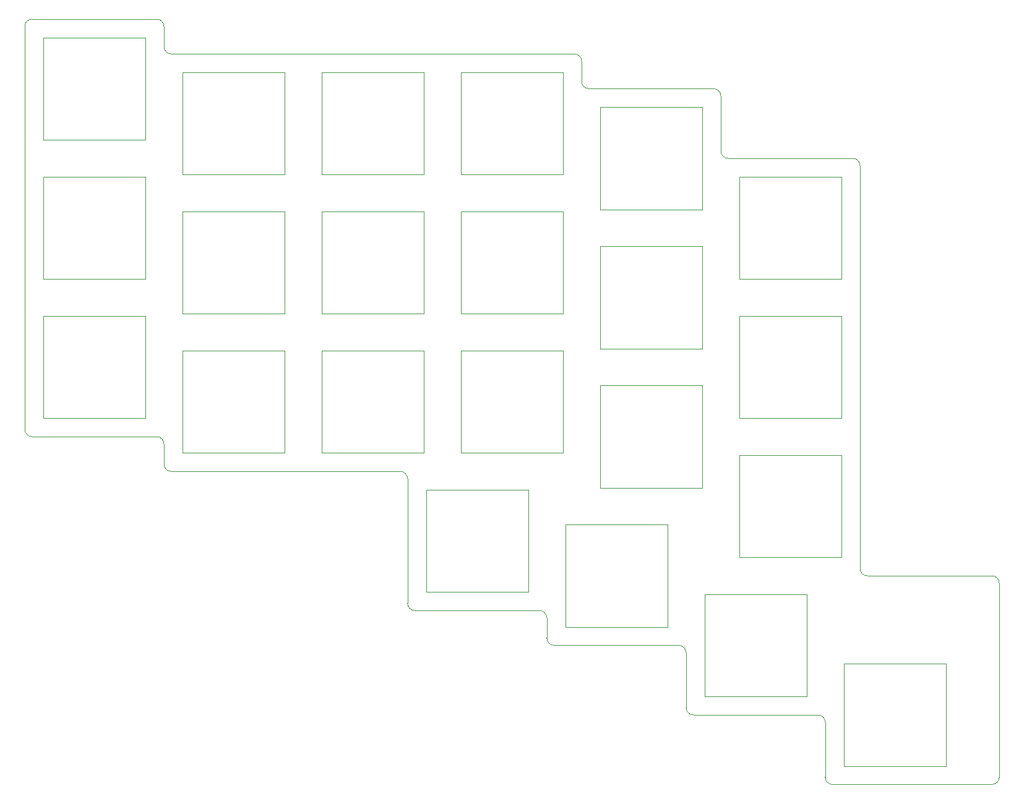
<source format=gm1>
%TF.GenerationSoftware,KiCad,Pcbnew,(7.0.0)*%
%TF.CreationDate,2023-04-27T20:39:39+09:00*%
%TF.ProjectId,topplate_l,746f7070-6c61-4746-955f-6c2e6b696361,rev?*%
%TF.SameCoordinates,Original*%
%TF.FileFunction,Profile,NP*%
%FSLAX46Y46*%
G04 Gerber Fmt 4.6, Leading zero omitted, Abs format (unit mm)*
G04 Created by KiCad (PCBNEW (7.0.0)) date 2023-04-27 20:39:39*
%MOMM*%
%LPD*%
G01*
G04 APERTURE LIST*
%TA.AperFunction,Profile*%
%ADD10C,0.100000*%
%TD*%
%TA.AperFunction,Profile*%
%ADD11C,0.120000*%
%TD*%
G04 APERTURE END LIST*
D10*
X19050050Y-77581250D02*
G75*
G03*
X20050000Y-78581250I999950J-50D01*
G01*
X38100000Y-79581250D02*
X38100000Y-82343750D01*
X109537550Y-115681250D02*
G75*
G03*
X110537500Y-116681250I999950J-50D01*
G01*
X133349950Y-96631250D02*
G75*
G03*
X134350000Y-97631250I1000050J50D01*
G01*
X38100000Y-22431250D02*
X38100000Y-25193750D01*
X114300000Y-31956250D02*
X114300000Y-39481250D01*
X90487500Y-103393750D02*
X90487500Y-106156250D01*
X134350000Y-97631250D02*
X151400000Y-97631250D01*
X71437450Y-101393750D02*
G75*
G03*
X72437500Y-102393750I1000050J50D01*
G01*
X38099950Y-79581250D02*
G75*
G03*
X37100000Y-78581250I-999950J50D01*
G01*
X109537550Y-108156250D02*
G75*
G03*
X108537500Y-107156250I-1000050J-50D01*
G01*
X20050000Y-78581250D02*
X37100000Y-78581250D01*
X39100000Y-26193750D02*
X94250000Y-26193750D01*
X37100000Y-21431250D02*
X20050000Y-21431250D01*
X109537500Y-108156250D02*
X109537500Y-115681250D01*
X91487500Y-107156250D02*
X108537500Y-107156250D01*
X38100050Y-22431250D02*
G75*
G03*
X37100000Y-21431250I-1000050J-50D01*
G01*
X152400050Y-98631250D02*
G75*
G03*
X151400000Y-97631250I-1000050J-50D01*
G01*
X95250000Y-27193750D02*
X95250000Y-29956250D01*
X151400000Y-126206200D02*
G75*
G03*
X152400000Y-125206250I100J999900D01*
G01*
X133350000Y-41481250D02*
X133350000Y-96631250D01*
X39100000Y-83343750D02*
X70437500Y-83343750D01*
X128587500Y-117681250D02*
X128587500Y-125206250D01*
X96250000Y-30956250D02*
X113300000Y-30956250D01*
X128587450Y-117681250D02*
G75*
G03*
X127587500Y-116681250I-999950J50D01*
G01*
X72437500Y-102393750D02*
X89487500Y-102393750D01*
X38100050Y-82343750D02*
G75*
G03*
X39100000Y-83343750I999950J-50D01*
G01*
X128587550Y-125206250D02*
G75*
G03*
X129587500Y-126206250I999950J-50D01*
G01*
X115300000Y-40481250D02*
X132350000Y-40481250D01*
X95250050Y-29956250D02*
G75*
G03*
X96250000Y-30956250I999950J-50D01*
G01*
X90487450Y-103393750D02*
G75*
G03*
X89487500Y-102393750I-999950J50D01*
G01*
X110537500Y-116681250D02*
X127587500Y-116681250D01*
X90487550Y-106156250D02*
G75*
G03*
X91487500Y-107156250I999950J-50D01*
G01*
X38100050Y-25193750D02*
G75*
G03*
X39100000Y-26193750I999950J-50D01*
G01*
X71437500Y-84343750D02*
X71437500Y-101393750D01*
X20050000Y-21431250D02*
G75*
G03*
X19050000Y-22431250I-80J-999920D01*
G01*
X114299950Y-39481250D02*
G75*
G03*
X115300000Y-40481250I1000050J50D01*
G01*
X129587500Y-126206250D02*
X151400000Y-126206250D01*
X19050000Y-22431250D02*
X19050000Y-77581250D01*
X71437450Y-84343750D02*
G75*
G03*
X70437500Y-83343750I-999950J50D01*
G01*
X114300050Y-31956250D02*
G75*
G03*
X113300000Y-30956250I-1000050J-50D01*
G01*
X95249950Y-27193750D02*
G75*
G03*
X94250000Y-26193750I-999950J50D01*
G01*
X152400000Y-125206250D02*
X152400000Y-98631250D01*
X133349950Y-41481250D02*
G75*
G03*
X132350000Y-40481250I-999950J50D01*
G01*
D11*
%TO.C,SW6*%
X116825000Y-43006250D02*
X116825000Y-57006250D01*
X116825000Y-57006250D02*
X130825000Y-57006250D01*
X130825000Y-43006250D02*
X116825000Y-43006250D01*
X130825000Y-57006250D02*
X130825000Y-43006250D01*
%TO.C,SW8*%
X40625000Y-47768750D02*
X40625000Y-61768750D01*
X40625000Y-61768750D02*
X54625000Y-61768750D01*
X54625000Y-47768750D02*
X40625000Y-47768750D01*
X54625000Y-61768750D02*
X54625000Y-47768750D01*
%TO.C,SW18*%
X116825000Y-81106250D02*
X116825000Y-95106250D01*
X116825000Y-95106250D02*
X130825000Y-95106250D01*
X130825000Y-81106250D02*
X116825000Y-81106250D01*
X130825000Y-95106250D02*
X130825000Y-81106250D01*
%TO.C,SW21*%
X112062500Y-100156250D02*
X112062500Y-114156250D01*
X112062500Y-114156250D02*
X126062500Y-114156250D01*
X126062500Y-100156250D02*
X112062500Y-100156250D01*
X126062500Y-114156250D02*
X126062500Y-100156250D01*
%TO.C,SW22*%
X131112500Y-109681250D02*
X131112500Y-123681250D01*
X131112500Y-123681250D02*
X145112500Y-123681250D01*
X145112500Y-109681250D02*
X131112500Y-109681250D01*
X145112500Y-123681250D02*
X145112500Y-109681250D01*
%TO.C,SW17*%
X97775000Y-71581250D02*
X97775000Y-85581250D01*
X97775000Y-85581250D02*
X111775000Y-85581250D01*
X111775000Y-71581250D02*
X97775000Y-71581250D01*
X111775000Y-85581250D02*
X111775000Y-71581250D01*
%TO.C,SW19*%
X73962500Y-85868750D02*
X73962500Y-99868750D01*
X73962500Y-99868750D02*
X87962500Y-99868750D01*
X87962500Y-85868750D02*
X73962500Y-85868750D01*
X87962500Y-99868750D02*
X87962500Y-85868750D01*
%TO.C,SW1*%
X21575000Y-23956250D02*
X21575000Y-37956250D01*
X21575000Y-37956250D02*
X35575000Y-37956250D01*
X35575000Y-23956250D02*
X21575000Y-23956250D01*
X35575000Y-37956250D02*
X35575000Y-23956250D01*
%TO.C,SW3*%
X59675000Y-28718750D02*
X59675000Y-42718750D01*
X59675000Y-42718750D02*
X73675000Y-42718750D01*
X73675000Y-28718750D02*
X59675000Y-28718750D01*
X73675000Y-42718750D02*
X73675000Y-28718750D01*
%TO.C,SW14*%
X40625000Y-66818750D02*
X40625000Y-80818750D01*
X40625000Y-80818750D02*
X54625000Y-80818750D01*
X54625000Y-66818750D02*
X40625000Y-66818750D01*
X54625000Y-80818750D02*
X54625000Y-66818750D01*
%TO.C,SW10*%
X78725000Y-47768750D02*
X78725000Y-61768750D01*
X78725000Y-61768750D02*
X92725000Y-61768750D01*
X92725000Y-47768750D02*
X78725000Y-47768750D01*
X92725000Y-61768750D02*
X92725000Y-47768750D01*
%TO.C,SW16*%
X78725000Y-66818750D02*
X78725000Y-80818750D01*
X78725000Y-80818750D02*
X92725000Y-80818750D01*
X92725000Y-66818750D02*
X78725000Y-66818750D01*
X92725000Y-80818750D02*
X92725000Y-66818750D01*
%TO.C,SW5*%
X97775000Y-33481250D02*
X97775000Y-47481250D01*
X97775000Y-47481250D02*
X111775000Y-47481250D01*
X111775000Y-33481250D02*
X97775000Y-33481250D01*
X111775000Y-47481250D02*
X111775000Y-33481250D01*
%TO.C,SW20*%
X93012500Y-90631250D02*
X93012500Y-104631250D01*
X93012500Y-104631250D02*
X107012500Y-104631250D01*
X107012500Y-90631250D02*
X93012500Y-90631250D01*
X107012500Y-104631250D02*
X107012500Y-90631250D01*
%TO.C,SW11*%
X97775000Y-52531250D02*
X97775000Y-66531250D01*
X97775000Y-66531250D02*
X111775000Y-66531250D01*
X111775000Y-52531250D02*
X97775000Y-52531250D01*
X111775000Y-66531250D02*
X111775000Y-52531250D01*
%TO.C,SW9*%
X59675000Y-47768750D02*
X59675000Y-61768750D01*
X59675000Y-61768750D02*
X73675000Y-61768750D01*
X73675000Y-47768750D02*
X59675000Y-47768750D01*
X73675000Y-61768750D02*
X73675000Y-47768750D01*
%TO.C,SW12*%
X116825000Y-62056250D02*
X116825000Y-76056250D01*
X116825000Y-76056250D02*
X130825000Y-76056250D01*
X130825000Y-62056250D02*
X116825000Y-62056250D01*
X130825000Y-76056250D02*
X130825000Y-62056250D01*
%TO.C,SW4*%
X78725000Y-28718750D02*
X78725000Y-42718750D01*
X78725000Y-42718750D02*
X92725000Y-42718750D01*
X92725000Y-28718750D02*
X78725000Y-28718750D01*
X92725000Y-42718750D02*
X92725000Y-28718750D01*
%TO.C,SW13*%
X21575000Y-62056250D02*
X21575000Y-76056250D01*
X21575000Y-76056250D02*
X35575000Y-76056250D01*
X35575000Y-62056250D02*
X21575000Y-62056250D01*
X35575000Y-76056250D02*
X35575000Y-62056250D01*
%TO.C,SW15*%
X59675000Y-66818750D02*
X59675000Y-80818750D01*
X59675000Y-80818750D02*
X73675000Y-80818750D01*
X73675000Y-66818750D02*
X59675000Y-66818750D01*
X73675000Y-80818750D02*
X73675000Y-66818750D01*
%TO.C,SW7*%
X21575000Y-43006250D02*
X21575000Y-57006250D01*
X21575000Y-57006250D02*
X35575000Y-57006250D01*
X35575000Y-43006250D02*
X21575000Y-43006250D01*
X35575000Y-57006250D02*
X35575000Y-43006250D01*
%TO.C,SW2*%
X40625000Y-28718750D02*
X40625000Y-42718750D01*
X40625000Y-42718750D02*
X54625000Y-42718750D01*
X54625000Y-28718750D02*
X40625000Y-28718750D01*
X54625000Y-42718750D02*
X54625000Y-28718750D01*
%TD*%
M02*

</source>
